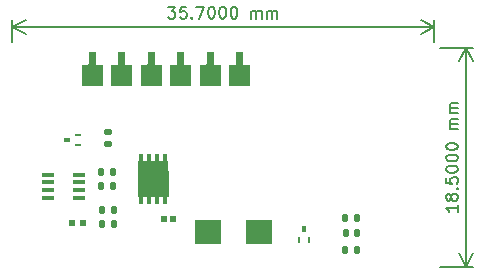
<source format=gbr>
%TF.GenerationSoftware,KiCad,Pcbnew,(5.99.0-10548-gc49af57c2a)*%
%TF.CreationDate,2021-06-24T16:08:38+08:00*%
%TF.ProjectId,facegate-relay-v3-new,66616365-6761-4746-952d-72656c61792d,v01*%
%TF.SameCoordinates,Original*%
%TF.FileFunction,Paste,Top*%
%TF.FilePolarity,Positive*%
%FSLAX46Y46*%
G04 Gerber Fmt 4.6, Leading zero omitted, Abs format (unit mm)*
G04 Created by KiCad (PCBNEW (5.99.0-10548-gc49af57c2a)) date 2021-06-24 16:08:38*
%MOMM*%
%LPD*%
G01*
G04 APERTURE LIST*
G04 Aperture macros list*
%AMRoundRect*
0 Rectangle with rounded corners*
0 $1 Rounding radius*
0 $2 $3 $4 $5 $6 $7 $8 $9 X,Y pos of 4 corners*
0 Add a 4 corners polygon primitive as box body*
4,1,4,$2,$3,$4,$5,$6,$7,$8,$9,$2,$3,0*
0 Add four circle primitives for the rounded corners*
1,1,$1+$1,$2,$3*
1,1,$1+$1,$4,$5*
1,1,$1+$1,$6,$7*
1,1,$1+$1,$8,$9*
0 Add four rect primitives between the rounded corners*
20,1,$1+$1,$2,$3,$4,$5,0*
20,1,$1+$1,$4,$5,$6,$7,0*
20,1,$1+$1,$6,$7,$8,$9,0*
20,1,$1+$1,$8,$9,$2,$3,0*%
G04 Aperture macros list end*
%ADD10C,0.150000*%
%ADD11C,0.100000*%
%ADD12C,0.010000*%
%ADD13RoundRect,0.135000X0.135000X0.185000X-0.135000X0.185000X-0.135000X-0.185000X0.135000X-0.185000X0*%
%ADD14R,0.540000X0.600000*%
%ADD15R,0.270000X0.520000*%
%ADD16R,0.360000X0.520000*%
%ADD17R,0.590000X0.600000*%
%ADD18RoundRect,0.135000X-0.135000X-0.185000X0.135000X-0.185000X0.135000X0.185000X-0.135000X0.185000X0*%
%ADD19RoundRect,0.135000X-0.185000X0.135000X-0.185000X-0.135000X0.185000X-0.135000X0.185000X0.135000X0*%
%ADD20R,2.300000X2.100000*%
%ADD21RoundRect,0.147500X-0.147500X-0.172500X0.147500X-0.172500X0.147500X0.172500X-0.147500X0.172500X0*%
%ADD22R,0.520000X0.270000*%
%ADD23R,0.520000X0.360000*%
%ADD24R,0.381000X0.660400*%
%ADD25R,2.600000X2.200000*%
%ADD26R,1.050000X0.450000*%
G04 APERTURE END LIST*
D10*
X128802380Y-71497619D02*
X128802380Y-72069047D01*
X128802380Y-71783333D02*
X127802380Y-71783333D01*
X127945238Y-71878571D01*
X128040476Y-71973809D01*
X128088095Y-72069047D01*
X128230952Y-70926190D02*
X128183333Y-71021428D01*
X128135714Y-71069047D01*
X128040476Y-71116666D01*
X127992857Y-71116666D01*
X127897619Y-71069047D01*
X127850000Y-71021428D01*
X127802380Y-70926190D01*
X127802380Y-70735714D01*
X127850000Y-70640476D01*
X127897619Y-70592857D01*
X127992857Y-70545238D01*
X128040476Y-70545238D01*
X128135714Y-70592857D01*
X128183333Y-70640476D01*
X128230952Y-70735714D01*
X128230952Y-70926190D01*
X128278571Y-71021428D01*
X128326190Y-71069047D01*
X128421428Y-71116666D01*
X128611904Y-71116666D01*
X128707142Y-71069047D01*
X128754761Y-71021428D01*
X128802380Y-70926190D01*
X128802380Y-70735714D01*
X128754761Y-70640476D01*
X128707142Y-70592857D01*
X128611904Y-70545238D01*
X128421428Y-70545238D01*
X128326190Y-70592857D01*
X128278571Y-70640476D01*
X128230952Y-70735714D01*
X128707142Y-70116666D02*
X128754761Y-70069047D01*
X128802380Y-70116666D01*
X128754761Y-70164285D01*
X128707142Y-70116666D01*
X128802380Y-70116666D01*
X127802380Y-69164285D02*
X127802380Y-69640476D01*
X128278571Y-69688095D01*
X128230952Y-69640476D01*
X128183333Y-69545238D01*
X128183333Y-69307142D01*
X128230952Y-69211904D01*
X128278571Y-69164285D01*
X128373809Y-69116666D01*
X128611904Y-69116666D01*
X128707142Y-69164285D01*
X128754761Y-69211904D01*
X128802380Y-69307142D01*
X128802380Y-69545238D01*
X128754761Y-69640476D01*
X128707142Y-69688095D01*
X127802380Y-68497619D02*
X127802380Y-68402380D01*
X127850000Y-68307142D01*
X127897619Y-68259523D01*
X127992857Y-68211904D01*
X128183333Y-68164285D01*
X128421428Y-68164285D01*
X128611904Y-68211904D01*
X128707142Y-68259523D01*
X128754761Y-68307142D01*
X128802380Y-68402380D01*
X128802380Y-68497619D01*
X128754761Y-68592857D01*
X128707142Y-68640476D01*
X128611904Y-68688095D01*
X128421428Y-68735714D01*
X128183333Y-68735714D01*
X127992857Y-68688095D01*
X127897619Y-68640476D01*
X127850000Y-68592857D01*
X127802380Y-68497619D01*
X127802380Y-67545238D02*
X127802380Y-67450000D01*
X127850000Y-67354761D01*
X127897619Y-67307142D01*
X127992857Y-67259523D01*
X128183333Y-67211904D01*
X128421428Y-67211904D01*
X128611904Y-67259523D01*
X128707142Y-67307142D01*
X128754761Y-67354761D01*
X128802380Y-67450000D01*
X128802380Y-67545238D01*
X128754761Y-67640476D01*
X128707142Y-67688095D01*
X128611904Y-67735714D01*
X128421428Y-67783333D01*
X128183333Y-67783333D01*
X127992857Y-67735714D01*
X127897619Y-67688095D01*
X127850000Y-67640476D01*
X127802380Y-67545238D01*
X127802380Y-66592857D02*
X127802380Y-66497619D01*
X127850000Y-66402380D01*
X127897619Y-66354761D01*
X127992857Y-66307142D01*
X128183333Y-66259523D01*
X128421428Y-66259523D01*
X128611904Y-66307142D01*
X128707142Y-66354761D01*
X128754761Y-66402380D01*
X128802380Y-66497619D01*
X128802380Y-66592857D01*
X128754761Y-66688095D01*
X128707142Y-66735714D01*
X128611904Y-66783333D01*
X128421428Y-66830952D01*
X128183333Y-66830952D01*
X127992857Y-66783333D01*
X127897619Y-66735714D01*
X127850000Y-66688095D01*
X127802380Y-66592857D01*
X128802380Y-65069047D02*
X128135714Y-65069047D01*
X128230952Y-65069047D02*
X128183333Y-65021428D01*
X128135714Y-64926190D01*
X128135714Y-64783333D01*
X128183333Y-64688095D01*
X128278571Y-64640476D01*
X128802380Y-64640476D01*
X128278571Y-64640476D02*
X128183333Y-64592857D01*
X128135714Y-64497619D01*
X128135714Y-64354761D01*
X128183333Y-64259523D01*
X128278571Y-64211904D01*
X128802380Y-64211904D01*
X128802380Y-63735714D02*
X128135714Y-63735714D01*
X128230952Y-63735714D02*
X128183333Y-63688095D01*
X128135714Y-63592857D01*
X128135714Y-63450000D01*
X128183333Y-63354761D01*
X128278571Y-63307142D01*
X128802380Y-63307142D01*
X128278571Y-63307142D02*
X128183333Y-63259523D01*
X128135714Y-63164285D01*
X128135714Y-63021428D01*
X128183333Y-62926190D01*
X128278571Y-62878571D01*
X128802380Y-62878571D01*
X127300000Y-58200000D02*
X130086420Y-58200000D01*
X127300000Y-76700000D02*
X130086420Y-76700000D01*
X129500000Y-58200000D02*
X129500000Y-76700000D01*
X129500000Y-58200000D02*
X129500000Y-76700000D01*
X129500000Y-58200000D02*
X128913579Y-59326504D01*
X129500000Y-58200000D02*
X130086421Y-59326504D01*
X129500000Y-76700000D02*
X130086421Y-75573496D01*
X129500000Y-76700000D02*
X128913579Y-75573496D01*
X104283333Y-54702380D02*
X104902380Y-54702380D01*
X104569047Y-55083333D01*
X104711904Y-55083333D01*
X104807142Y-55130952D01*
X104854761Y-55178571D01*
X104902380Y-55273809D01*
X104902380Y-55511904D01*
X104854761Y-55607142D01*
X104807142Y-55654761D01*
X104711904Y-55702380D01*
X104426190Y-55702380D01*
X104330952Y-55654761D01*
X104283333Y-55607142D01*
X105807142Y-54702380D02*
X105330952Y-54702380D01*
X105283333Y-55178571D01*
X105330952Y-55130952D01*
X105426190Y-55083333D01*
X105664285Y-55083333D01*
X105759523Y-55130952D01*
X105807142Y-55178571D01*
X105854761Y-55273809D01*
X105854761Y-55511904D01*
X105807142Y-55607142D01*
X105759523Y-55654761D01*
X105664285Y-55702380D01*
X105426190Y-55702380D01*
X105330952Y-55654761D01*
X105283333Y-55607142D01*
X106283333Y-55607142D02*
X106330952Y-55654761D01*
X106283333Y-55702380D01*
X106235714Y-55654761D01*
X106283333Y-55607142D01*
X106283333Y-55702380D01*
X106664285Y-54702380D02*
X107330952Y-54702380D01*
X106902380Y-55702380D01*
X107902380Y-54702380D02*
X107997619Y-54702380D01*
X108092857Y-54750000D01*
X108140476Y-54797619D01*
X108188095Y-54892857D01*
X108235714Y-55083333D01*
X108235714Y-55321428D01*
X108188095Y-55511904D01*
X108140476Y-55607142D01*
X108092857Y-55654761D01*
X107997619Y-55702380D01*
X107902380Y-55702380D01*
X107807142Y-55654761D01*
X107759523Y-55607142D01*
X107711904Y-55511904D01*
X107664285Y-55321428D01*
X107664285Y-55083333D01*
X107711904Y-54892857D01*
X107759523Y-54797619D01*
X107807142Y-54750000D01*
X107902380Y-54702380D01*
X108854761Y-54702380D02*
X108950000Y-54702380D01*
X109045238Y-54750000D01*
X109092857Y-54797619D01*
X109140476Y-54892857D01*
X109188095Y-55083333D01*
X109188095Y-55321428D01*
X109140476Y-55511904D01*
X109092857Y-55607142D01*
X109045238Y-55654761D01*
X108950000Y-55702380D01*
X108854761Y-55702380D01*
X108759523Y-55654761D01*
X108711904Y-55607142D01*
X108664285Y-55511904D01*
X108616666Y-55321428D01*
X108616666Y-55083333D01*
X108664285Y-54892857D01*
X108711904Y-54797619D01*
X108759523Y-54750000D01*
X108854761Y-54702380D01*
X109807142Y-54702380D02*
X109902380Y-54702380D01*
X109997619Y-54750000D01*
X110045238Y-54797619D01*
X110092857Y-54892857D01*
X110140476Y-55083333D01*
X110140476Y-55321428D01*
X110092857Y-55511904D01*
X110045238Y-55607142D01*
X109997619Y-55654761D01*
X109902380Y-55702380D01*
X109807142Y-55702380D01*
X109711904Y-55654761D01*
X109664285Y-55607142D01*
X109616666Y-55511904D01*
X109569047Y-55321428D01*
X109569047Y-55083333D01*
X109616666Y-54892857D01*
X109664285Y-54797619D01*
X109711904Y-54750000D01*
X109807142Y-54702380D01*
X111330952Y-55702380D02*
X111330952Y-55035714D01*
X111330952Y-55130952D02*
X111378571Y-55083333D01*
X111473809Y-55035714D01*
X111616666Y-55035714D01*
X111711904Y-55083333D01*
X111759523Y-55178571D01*
X111759523Y-55702380D01*
X111759523Y-55178571D02*
X111807142Y-55083333D01*
X111902380Y-55035714D01*
X112045238Y-55035714D01*
X112140476Y-55083333D01*
X112188095Y-55178571D01*
X112188095Y-55702380D01*
X112664285Y-55702380D02*
X112664285Y-55035714D01*
X112664285Y-55130952D02*
X112711904Y-55083333D01*
X112807142Y-55035714D01*
X112950000Y-55035714D01*
X113045238Y-55083333D01*
X113092857Y-55178571D01*
X113092857Y-55702380D01*
X113092857Y-55178571D02*
X113140476Y-55083333D01*
X113235714Y-55035714D01*
X113378571Y-55035714D01*
X113473809Y-55083333D01*
X113521428Y-55178571D01*
X113521428Y-55702380D01*
X91100000Y-57700000D02*
X91100000Y-55813580D01*
X126800000Y-57700000D02*
X126800000Y-55813580D01*
X91100000Y-56400000D02*
X126800000Y-56400000D01*
X91100000Y-56400000D02*
X126800000Y-56400000D01*
X91100000Y-56400000D02*
X92226504Y-56986421D01*
X91100000Y-56400000D02*
X92226504Y-55813579D01*
X126800000Y-56400000D02*
X125673496Y-55813579D01*
X126800000Y-56400000D02*
X125673496Y-56986421D01*
D11*
%TO.C,U1*%
X101755400Y-70747851D02*
X101755400Y-68639651D01*
X101755400Y-68639651D02*
X104244600Y-68639651D01*
X104244600Y-68639651D02*
X104244600Y-70747851D01*
X104244600Y-70747851D02*
X101755400Y-70747851D01*
G36*
X104244600Y-70747851D02*
G01*
X101755400Y-70747851D01*
X101755400Y-68639651D01*
X104244600Y-68639651D01*
X104244600Y-70747851D01*
G37*
X104244600Y-70747851D02*
X101755400Y-70747851D01*
X101755400Y-68639651D01*
X104244600Y-68639651D01*
X104244600Y-70747851D01*
D12*
%TO.C,KILL*%
X101150000Y-61350000D02*
X101150000Y-59650000D01*
X101150000Y-59650000D02*
X100685000Y-59650000D01*
X100685000Y-59650000D02*
X100678196Y-59649822D01*
X100678196Y-59649822D02*
X100671411Y-59649288D01*
X100671411Y-59649288D02*
X100664664Y-59648399D01*
X100664664Y-59648399D02*
X100657971Y-59647159D01*
X100657971Y-59647159D02*
X100651354Y-59645570D01*
X100651354Y-59645570D02*
X100644828Y-59643637D01*
X100644828Y-59643637D02*
X100638412Y-59641365D01*
X100638412Y-59641365D02*
X100632124Y-59638761D01*
X100632124Y-59638761D02*
X100625981Y-59635831D01*
X100625981Y-59635831D02*
X100620000Y-59632583D01*
X100620000Y-59632583D02*
X100614197Y-59629027D01*
X100614197Y-59629027D02*
X100608588Y-59625172D01*
X100608588Y-59625172D02*
X100603188Y-59621029D01*
X100603188Y-59621029D02*
X100598013Y-59616609D01*
X100598013Y-59616609D02*
X100593076Y-59611924D01*
X100593076Y-59611924D02*
X100588391Y-59606987D01*
X100588391Y-59606987D02*
X100583971Y-59601812D01*
X100583971Y-59601812D02*
X100579828Y-59596412D01*
X100579828Y-59596412D02*
X100575973Y-59590803D01*
X100575973Y-59590803D02*
X100572417Y-59585000D01*
X100572417Y-59585000D02*
X100569169Y-59579019D01*
X100569169Y-59579019D02*
X100566239Y-59572876D01*
X100566239Y-59572876D02*
X100563635Y-59566588D01*
X100563635Y-59566588D02*
X100561363Y-59560172D01*
X100561363Y-59560172D02*
X100559430Y-59553646D01*
X100559430Y-59553646D02*
X100557841Y-59547029D01*
X100557841Y-59547029D02*
X100556601Y-59540336D01*
X100556601Y-59540336D02*
X100555712Y-59533589D01*
X100555712Y-59533589D02*
X100555178Y-59526804D01*
X100555178Y-59526804D02*
X100555000Y-59520000D01*
X100555000Y-59520000D02*
X100555000Y-58530000D01*
X100555000Y-58530000D02*
X100045000Y-58530000D01*
X100045000Y-58530000D02*
X100045000Y-59520000D01*
X100045000Y-59520000D02*
X100044822Y-59526804D01*
X100044822Y-59526804D02*
X100044288Y-59533589D01*
X100044288Y-59533589D02*
X100043399Y-59540336D01*
X100043399Y-59540336D02*
X100042159Y-59547029D01*
X100042159Y-59547029D02*
X100040570Y-59553646D01*
X100040570Y-59553646D02*
X100038637Y-59560172D01*
X100038637Y-59560172D02*
X100036365Y-59566588D01*
X100036365Y-59566588D02*
X100033761Y-59572876D01*
X100033761Y-59572876D02*
X100030831Y-59579019D01*
X100030831Y-59579019D02*
X100027583Y-59585000D01*
X100027583Y-59585000D02*
X100024027Y-59590803D01*
X100024027Y-59590803D02*
X100020172Y-59596412D01*
X100020172Y-59596412D02*
X100016029Y-59601812D01*
X100016029Y-59601812D02*
X100011609Y-59606987D01*
X100011609Y-59606987D02*
X100006924Y-59611924D01*
X100006924Y-59611924D02*
X100001987Y-59616609D01*
X100001987Y-59616609D02*
X99996812Y-59621029D01*
X99996812Y-59621029D02*
X99991412Y-59625172D01*
X99991412Y-59625172D02*
X99985803Y-59629027D01*
X99985803Y-59629027D02*
X99980000Y-59632583D01*
X99980000Y-59632583D02*
X99974019Y-59635831D01*
X99974019Y-59635831D02*
X99967876Y-59638761D01*
X99967876Y-59638761D02*
X99961588Y-59641365D01*
X99961588Y-59641365D02*
X99955172Y-59643637D01*
X99955172Y-59643637D02*
X99948646Y-59645570D01*
X99948646Y-59645570D02*
X99942029Y-59647159D01*
X99942029Y-59647159D02*
X99935336Y-59648399D01*
X99935336Y-59648399D02*
X99928589Y-59649288D01*
X99928589Y-59649288D02*
X99921804Y-59649822D01*
X99921804Y-59649822D02*
X99915000Y-59650000D01*
X99915000Y-59650000D02*
X99450000Y-59650000D01*
X99450000Y-59650000D02*
X99450000Y-61350000D01*
X99450000Y-61350000D02*
X101150000Y-61350000D01*
X101150000Y-61350000D02*
X101150000Y-61350000D01*
G36*
X100555000Y-59520000D02*
G01*
X100555178Y-59526804D01*
X100555712Y-59533589D01*
X100556601Y-59540336D01*
X100557841Y-59547029D01*
X100559430Y-59553646D01*
X100561363Y-59560172D01*
X100563635Y-59566588D01*
X100566239Y-59572876D01*
X100569169Y-59579019D01*
X100572417Y-59585000D01*
X100575973Y-59590803D01*
X100579828Y-59596412D01*
X100583971Y-59601812D01*
X100588391Y-59606987D01*
X100593076Y-59611924D01*
X100598013Y-59616609D01*
X100603188Y-59621029D01*
X100608588Y-59625172D01*
X100614197Y-59629027D01*
X100620000Y-59632583D01*
X100625981Y-59635831D01*
X100632124Y-59638761D01*
X100638412Y-59641365D01*
X100644828Y-59643637D01*
X100651354Y-59645570D01*
X100657971Y-59647159D01*
X100664664Y-59648399D01*
X100671411Y-59649288D01*
X100678196Y-59649822D01*
X100685000Y-59650000D01*
X101150000Y-59650000D01*
X101150000Y-61350000D01*
X99450000Y-61350000D01*
X99450000Y-59650000D01*
X99915000Y-59650000D01*
X99921804Y-59649822D01*
X99928589Y-59649288D01*
X99935336Y-59648399D01*
X99942029Y-59647159D01*
X99948646Y-59645570D01*
X99955172Y-59643637D01*
X99961588Y-59641365D01*
X99967876Y-59638761D01*
X99974019Y-59635831D01*
X99980000Y-59632583D01*
X99985803Y-59629027D01*
X99991412Y-59625172D01*
X99996812Y-59621029D01*
X100001987Y-59616609D01*
X100006924Y-59611924D01*
X100011609Y-59606987D01*
X100016029Y-59601812D01*
X100020172Y-59596412D01*
X100024027Y-59590803D01*
X100027583Y-59585000D01*
X100030831Y-59579019D01*
X100033761Y-59572876D01*
X100036365Y-59566588D01*
X100038637Y-59560172D01*
X100040570Y-59553646D01*
X100042159Y-59547029D01*
X100043399Y-59540336D01*
X100044288Y-59533589D01*
X100044822Y-59526804D01*
X100045000Y-59520000D01*
X100045000Y-58530000D01*
X100555000Y-58530000D01*
X100555000Y-59520000D01*
G37*
X100555000Y-59520000D02*
X100555178Y-59526804D01*
X100555712Y-59533589D01*
X100556601Y-59540336D01*
X100557841Y-59547029D01*
X100559430Y-59553646D01*
X100561363Y-59560172D01*
X100563635Y-59566588D01*
X100566239Y-59572876D01*
X100569169Y-59579019D01*
X100572417Y-59585000D01*
X100575973Y-59590803D01*
X100579828Y-59596412D01*
X100583971Y-59601812D01*
X100588391Y-59606987D01*
X100593076Y-59611924D01*
X100598013Y-59616609D01*
X100603188Y-59621029D01*
X100608588Y-59625172D01*
X100614197Y-59629027D01*
X100620000Y-59632583D01*
X100625981Y-59635831D01*
X100632124Y-59638761D01*
X100638412Y-59641365D01*
X100644828Y-59643637D01*
X100651354Y-59645570D01*
X100657971Y-59647159D01*
X100664664Y-59648399D01*
X100671411Y-59649288D01*
X100678196Y-59649822D01*
X100685000Y-59650000D01*
X101150000Y-59650000D01*
X101150000Y-61350000D01*
X99450000Y-61350000D01*
X99450000Y-59650000D01*
X99915000Y-59650000D01*
X99921804Y-59649822D01*
X99928589Y-59649288D01*
X99935336Y-59648399D01*
X99942029Y-59647159D01*
X99948646Y-59645570D01*
X99955172Y-59643637D01*
X99961588Y-59641365D01*
X99967876Y-59638761D01*
X99974019Y-59635831D01*
X99980000Y-59632583D01*
X99985803Y-59629027D01*
X99991412Y-59625172D01*
X99996812Y-59621029D01*
X100001987Y-59616609D01*
X100006924Y-59611924D01*
X100011609Y-59606987D01*
X100016029Y-59601812D01*
X100020172Y-59596412D01*
X100024027Y-59590803D01*
X100027583Y-59585000D01*
X100030831Y-59579019D01*
X100033761Y-59572876D01*
X100036365Y-59566588D01*
X100038637Y-59560172D01*
X100040570Y-59553646D01*
X100042159Y-59547029D01*
X100043399Y-59540336D01*
X100044288Y-59533589D01*
X100044822Y-59526804D01*
X100045000Y-59520000D01*
X100045000Y-58530000D01*
X100555000Y-58530000D01*
X100555000Y-59520000D01*
%TO.C,LED*%
X98650000Y-61350000D02*
X98650000Y-59650000D01*
X98650000Y-59650000D02*
X98185000Y-59650000D01*
X98185000Y-59650000D02*
X98178196Y-59649822D01*
X98178196Y-59649822D02*
X98171411Y-59649288D01*
X98171411Y-59649288D02*
X98164664Y-59648399D01*
X98164664Y-59648399D02*
X98157971Y-59647159D01*
X98157971Y-59647159D02*
X98151354Y-59645570D01*
X98151354Y-59645570D02*
X98144828Y-59643637D01*
X98144828Y-59643637D02*
X98138412Y-59641365D01*
X98138412Y-59641365D02*
X98132124Y-59638761D01*
X98132124Y-59638761D02*
X98125981Y-59635831D01*
X98125981Y-59635831D02*
X98120000Y-59632583D01*
X98120000Y-59632583D02*
X98114197Y-59629027D01*
X98114197Y-59629027D02*
X98108588Y-59625172D01*
X98108588Y-59625172D02*
X98103188Y-59621029D01*
X98103188Y-59621029D02*
X98098013Y-59616609D01*
X98098013Y-59616609D02*
X98093076Y-59611924D01*
X98093076Y-59611924D02*
X98088391Y-59606987D01*
X98088391Y-59606987D02*
X98083971Y-59601812D01*
X98083971Y-59601812D02*
X98079828Y-59596412D01*
X98079828Y-59596412D02*
X98075973Y-59590803D01*
X98075973Y-59590803D02*
X98072417Y-59585000D01*
X98072417Y-59585000D02*
X98069169Y-59579019D01*
X98069169Y-59579019D02*
X98066239Y-59572876D01*
X98066239Y-59572876D02*
X98063635Y-59566588D01*
X98063635Y-59566588D02*
X98061363Y-59560172D01*
X98061363Y-59560172D02*
X98059430Y-59553646D01*
X98059430Y-59553646D02*
X98057841Y-59547029D01*
X98057841Y-59547029D02*
X98056601Y-59540336D01*
X98056601Y-59540336D02*
X98055712Y-59533589D01*
X98055712Y-59533589D02*
X98055178Y-59526804D01*
X98055178Y-59526804D02*
X98055000Y-59520000D01*
X98055000Y-59520000D02*
X98055000Y-58530000D01*
X98055000Y-58530000D02*
X97545000Y-58530000D01*
X97545000Y-58530000D02*
X97545000Y-59520000D01*
X97545000Y-59520000D02*
X97544822Y-59526804D01*
X97544822Y-59526804D02*
X97544288Y-59533589D01*
X97544288Y-59533589D02*
X97543399Y-59540336D01*
X97543399Y-59540336D02*
X97542159Y-59547029D01*
X97542159Y-59547029D02*
X97540570Y-59553646D01*
X97540570Y-59553646D02*
X97538637Y-59560172D01*
X97538637Y-59560172D02*
X97536365Y-59566588D01*
X97536365Y-59566588D02*
X97533761Y-59572876D01*
X97533761Y-59572876D02*
X97530831Y-59579019D01*
X97530831Y-59579019D02*
X97527583Y-59585000D01*
X97527583Y-59585000D02*
X97524027Y-59590803D01*
X97524027Y-59590803D02*
X97520172Y-59596412D01*
X97520172Y-59596412D02*
X97516029Y-59601812D01*
X97516029Y-59601812D02*
X97511609Y-59606987D01*
X97511609Y-59606987D02*
X97506924Y-59611924D01*
X97506924Y-59611924D02*
X97501987Y-59616609D01*
X97501987Y-59616609D02*
X97496812Y-59621029D01*
X97496812Y-59621029D02*
X97491412Y-59625172D01*
X97491412Y-59625172D02*
X97485803Y-59629027D01*
X97485803Y-59629027D02*
X97480000Y-59632583D01*
X97480000Y-59632583D02*
X97474019Y-59635831D01*
X97474019Y-59635831D02*
X97467876Y-59638761D01*
X97467876Y-59638761D02*
X97461588Y-59641365D01*
X97461588Y-59641365D02*
X97455172Y-59643637D01*
X97455172Y-59643637D02*
X97448646Y-59645570D01*
X97448646Y-59645570D02*
X97442029Y-59647159D01*
X97442029Y-59647159D02*
X97435336Y-59648399D01*
X97435336Y-59648399D02*
X97428589Y-59649288D01*
X97428589Y-59649288D02*
X97421804Y-59649822D01*
X97421804Y-59649822D02*
X97415000Y-59650000D01*
X97415000Y-59650000D02*
X96950000Y-59650000D01*
X96950000Y-59650000D02*
X96950000Y-61350000D01*
X96950000Y-61350000D02*
X98650000Y-61350000D01*
X98650000Y-61350000D02*
X98650000Y-61350000D01*
G36*
X98055000Y-59520000D02*
G01*
X98055178Y-59526804D01*
X98055712Y-59533589D01*
X98056601Y-59540336D01*
X98057841Y-59547029D01*
X98059430Y-59553646D01*
X98061363Y-59560172D01*
X98063635Y-59566588D01*
X98066239Y-59572876D01*
X98069169Y-59579019D01*
X98072417Y-59585000D01*
X98075973Y-59590803D01*
X98079828Y-59596412D01*
X98083971Y-59601812D01*
X98088391Y-59606987D01*
X98093076Y-59611924D01*
X98098013Y-59616609D01*
X98103188Y-59621029D01*
X98108588Y-59625172D01*
X98114197Y-59629027D01*
X98120000Y-59632583D01*
X98125981Y-59635831D01*
X98132124Y-59638761D01*
X98138412Y-59641365D01*
X98144828Y-59643637D01*
X98151354Y-59645570D01*
X98157971Y-59647159D01*
X98164664Y-59648399D01*
X98171411Y-59649288D01*
X98178196Y-59649822D01*
X98185000Y-59650000D01*
X98650000Y-59650000D01*
X98650000Y-61350000D01*
X96950000Y-61350000D01*
X96950000Y-59650000D01*
X97415000Y-59650000D01*
X97421804Y-59649822D01*
X97428589Y-59649288D01*
X97435336Y-59648399D01*
X97442029Y-59647159D01*
X97448646Y-59645570D01*
X97455172Y-59643637D01*
X97461588Y-59641365D01*
X97467876Y-59638761D01*
X97474019Y-59635831D01*
X97480000Y-59632583D01*
X97485803Y-59629027D01*
X97491412Y-59625172D01*
X97496812Y-59621029D01*
X97501987Y-59616609D01*
X97506924Y-59611924D01*
X97511609Y-59606987D01*
X97516029Y-59601812D01*
X97520172Y-59596412D01*
X97524027Y-59590803D01*
X97527583Y-59585000D01*
X97530831Y-59579019D01*
X97533761Y-59572876D01*
X97536365Y-59566588D01*
X97538637Y-59560172D01*
X97540570Y-59553646D01*
X97542159Y-59547029D01*
X97543399Y-59540336D01*
X97544288Y-59533589D01*
X97544822Y-59526804D01*
X97545000Y-59520000D01*
X97545000Y-58530000D01*
X98055000Y-58530000D01*
X98055000Y-59520000D01*
G37*
X98055000Y-59520000D02*
X98055178Y-59526804D01*
X98055712Y-59533589D01*
X98056601Y-59540336D01*
X98057841Y-59547029D01*
X98059430Y-59553646D01*
X98061363Y-59560172D01*
X98063635Y-59566588D01*
X98066239Y-59572876D01*
X98069169Y-59579019D01*
X98072417Y-59585000D01*
X98075973Y-59590803D01*
X98079828Y-59596412D01*
X98083971Y-59601812D01*
X98088391Y-59606987D01*
X98093076Y-59611924D01*
X98098013Y-59616609D01*
X98103188Y-59621029D01*
X98108588Y-59625172D01*
X98114197Y-59629027D01*
X98120000Y-59632583D01*
X98125981Y-59635831D01*
X98132124Y-59638761D01*
X98138412Y-59641365D01*
X98144828Y-59643637D01*
X98151354Y-59645570D01*
X98157971Y-59647159D01*
X98164664Y-59648399D01*
X98171411Y-59649288D01*
X98178196Y-59649822D01*
X98185000Y-59650000D01*
X98650000Y-59650000D01*
X98650000Y-61350000D01*
X96950000Y-61350000D01*
X96950000Y-59650000D01*
X97415000Y-59650000D01*
X97421804Y-59649822D01*
X97428589Y-59649288D01*
X97435336Y-59648399D01*
X97442029Y-59647159D01*
X97448646Y-59645570D01*
X97455172Y-59643637D01*
X97461588Y-59641365D01*
X97467876Y-59638761D01*
X97474019Y-59635831D01*
X97480000Y-59632583D01*
X97485803Y-59629027D01*
X97491412Y-59625172D01*
X97496812Y-59621029D01*
X97501987Y-59616609D01*
X97506924Y-59611924D01*
X97511609Y-59606987D01*
X97516029Y-59601812D01*
X97520172Y-59596412D01*
X97524027Y-59590803D01*
X97527583Y-59585000D01*
X97530831Y-59579019D01*
X97533761Y-59572876D01*
X97536365Y-59566588D01*
X97538637Y-59560172D01*
X97540570Y-59553646D01*
X97542159Y-59547029D01*
X97543399Y-59540336D01*
X97544288Y-59533589D01*
X97544822Y-59526804D01*
X97545000Y-59520000D01*
X97545000Y-58530000D01*
X98055000Y-58530000D01*
X98055000Y-59520000D01*
%TO.C,3.3V*%
X103650000Y-61350000D02*
X103650000Y-59650000D01*
X103650000Y-59650000D02*
X103185000Y-59650000D01*
X103185000Y-59650000D02*
X103178196Y-59649822D01*
X103178196Y-59649822D02*
X103171411Y-59649288D01*
X103171411Y-59649288D02*
X103164664Y-59648399D01*
X103164664Y-59648399D02*
X103157971Y-59647159D01*
X103157971Y-59647159D02*
X103151354Y-59645570D01*
X103151354Y-59645570D02*
X103144828Y-59643637D01*
X103144828Y-59643637D02*
X103138412Y-59641365D01*
X103138412Y-59641365D02*
X103132124Y-59638761D01*
X103132124Y-59638761D02*
X103125981Y-59635831D01*
X103125981Y-59635831D02*
X103120000Y-59632583D01*
X103120000Y-59632583D02*
X103114197Y-59629027D01*
X103114197Y-59629027D02*
X103108588Y-59625172D01*
X103108588Y-59625172D02*
X103103188Y-59621029D01*
X103103188Y-59621029D02*
X103098013Y-59616609D01*
X103098013Y-59616609D02*
X103093076Y-59611924D01*
X103093076Y-59611924D02*
X103088391Y-59606987D01*
X103088391Y-59606987D02*
X103083971Y-59601812D01*
X103083971Y-59601812D02*
X103079828Y-59596412D01*
X103079828Y-59596412D02*
X103075973Y-59590803D01*
X103075973Y-59590803D02*
X103072417Y-59585000D01*
X103072417Y-59585000D02*
X103069169Y-59579019D01*
X103069169Y-59579019D02*
X103066239Y-59572876D01*
X103066239Y-59572876D02*
X103063635Y-59566588D01*
X103063635Y-59566588D02*
X103061363Y-59560172D01*
X103061363Y-59560172D02*
X103059430Y-59553646D01*
X103059430Y-59553646D02*
X103057841Y-59547029D01*
X103057841Y-59547029D02*
X103056601Y-59540336D01*
X103056601Y-59540336D02*
X103055712Y-59533589D01*
X103055712Y-59533589D02*
X103055178Y-59526804D01*
X103055178Y-59526804D02*
X103055000Y-59520000D01*
X103055000Y-59520000D02*
X103055000Y-58530000D01*
X103055000Y-58530000D02*
X102545000Y-58530000D01*
X102545000Y-58530000D02*
X102545000Y-59520000D01*
X102545000Y-59520000D02*
X102544822Y-59526804D01*
X102544822Y-59526804D02*
X102544288Y-59533589D01*
X102544288Y-59533589D02*
X102543399Y-59540336D01*
X102543399Y-59540336D02*
X102542159Y-59547029D01*
X102542159Y-59547029D02*
X102540570Y-59553646D01*
X102540570Y-59553646D02*
X102538637Y-59560172D01*
X102538637Y-59560172D02*
X102536365Y-59566588D01*
X102536365Y-59566588D02*
X102533761Y-59572876D01*
X102533761Y-59572876D02*
X102530831Y-59579019D01*
X102530831Y-59579019D02*
X102527583Y-59585000D01*
X102527583Y-59585000D02*
X102524027Y-59590803D01*
X102524027Y-59590803D02*
X102520172Y-59596412D01*
X102520172Y-59596412D02*
X102516029Y-59601812D01*
X102516029Y-59601812D02*
X102511609Y-59606987D01*
X102511609Y-59606987D02*
X102506924Y-59611924D01*
X102506924Y-59611924D02*
X102501987Y-59616609D01*
X102501987Y-59616609D02*
X102496812Y-59621029D01*
X102496812Y-59621029D02*
X102491412Y-59625172D01*
X102491412Y-59625172D02*
X102485803Y-59629027D01*
X102485803Y-59629027D02*
X102480000Y-59632583D01*
X102480000Y-59632583D02*
X102474019Y-59635831D01*
X102474019Y-59635831D02*
X102467876Y-59638761D01*
X102467876Y-59638761D02*
X102461588Y-59641365D01*
X102461588Y-59641365D02*
X102455172Y-59643637D01*
X102455172Y-59643637D02*
X102448646Y-59645570D01*
X102448646Y-59645570D02*
X102442029Y-59647159D01*
X102442029Y-59647159D02*
X102435336Y-59648399D01*
X102435336Y-59648399D02*
X102428589Y-59649288D01*
X102428589Y-59649288D02*
X102421804Y-59649822D01*
X102421804Y-59649822D02*
X102415000Y-59650000D01*
X102415000Y-59650000D02*
X101950000Y-59650000D01*
X101950000Y-59650000D02*
X101950000Y-61350000D01*
X101950000Y-61350000D02*
X103650000Y-61350000D01*
X103650000Y-61350000D02*
X103650000Y-61350000D01*
G36*
X103055000Y-59520000D02*
G01*
X103055178Y-59526804D01*
X103055712Y-59533589D01*
X103056601Y-59540336D01*
X103057841Y-59547029D01*
X103059430Y-59553646D01*
X103061363Y-59560172D01*
X103063635Y-59566588D01*
X103066239Y-59572876D01*
X103069169Y-59579019D01*
X103072417Y-59585000D01*
X103075973Y-59590803D01*
X103079828Y-59596412D01*
X103083971Y-59601812D01*
X103088391Y-59606987D01*
X103093076Y-59611924D01*
X103098013Y-59616609D01*
X103103188Y-59621029D01*
X103108588Y-59625172D01*
X103114197Y-59629027D01*
X103120000Y-59632583D01*
X103125981Y-59635831D01*
X103132124Y-59638761D01*
X103138412Y-59641365D01*
X103144828Y-59643637D01*
X103151354Y-59645570D01*
X103157971Y-59647159D01*
X103164664Y-59648399D01*
X103171411Y-59649288D01*
X103178196Y-59649822D01*
X103185000Y-59650000D01*
X103650000Y-59650000D01*
X103650000Y-61350000D01*
X101950000Y-61350000D01*
X101950000Y-59650000D01*
X102415000Y-59650000D01*
X102421804Y-59649822D01*
X102428589Y-59649288D01*
X102435336Y-59648399D01*
X102442029Y-59647159D01*
X102448646Y-59645570D01*
X102455172Y-59643637D01*
X102461588Y-59641365D01*
X102467876Y-59638761D01*
X102474019Y-59635831D01*
X102480000Y-59632583D01*
X102485803Y-59629027D01*
X102491412Y-59625172D01*
X102496812Y-59621029D01*
X102501987Y-59616609D01*
X102506924Y-59611924D01*
X102511609Y-59606987D01*
X102516029Y-59601812D01*
X102520172Y-59596412D01*
X102524027Y-59590803D01*
X102527583Y-59585000D01*
X102530831Y-59579019D01*
X102533761Y-59572876D01*
X102536365Y-59566588D01*
X102538637Y-59560172D01*
X102540570Y-59553646D01*
X102542159Y-59547029D01*
X102543399Y-59540336D01*
X102544288Y-59533589D01*
X102544822Y-59526804D01*
X102545000Y-59520000D01*
X102545000Y-58530000D01*
X103055000Y-58530000D01*
X103055000Y-59520000D01*
G37*
X103055000Y-59520000D02*
X103055178Y-59526804D01*
X103055712Y-59533589D01*
X103056601Y-59540336D01*
X103057841Y-59547029D01*
X103059430Y-59553646D01*
X103061363Y-59560172D01*
X103063635Y-59566588D01*
X103066239Y-59572876D01*
X103069169Y-59579019D01*
X103072417Y-59585000D01*
X103075973Y-59590803D01*
X103079828Y-59596412D01*
X103083971Y-59601812D01*
X103088391Y-59606987D01*
X103093076Y-59611924D01*
X103098013Y-59616609D01*
X103103188Y-59621029D01*
X103108588Y-59625172D01*
X103114197Y-59629027D01*
X103120000Y-59632583D01*
X103125981Y-59635831D01*
X103132124Y-59638761D01*
X103138412Y-59641365D01*
X103144828Y-59643637D01*
X103151354Y-59645570D01*
X103157971Y-59647159D01*
X103164664Y-59648399D01*
X103171411Y-59649288D01*
X103178196Y-59649822D01*
X103185000Y-59650000D01*
X103650000Y-59650000D01*
X103650000Y-61350000D01*
X101950000Y-61350000D01*
X101950000Y-59650000D01*
X102415000Y-59650000D01*
X102421804Y-59649822D01*
X102428589Y-59649288D01*
X102435336Y-59648399D01*
X102442029Y-59647159D01*
X102448646Y-59645570D01*
X102455172Y-59643637D01*
X102461588Y-59641365D01*
X102467876Y-59638761D01*
X102474019Y-59635831D01*
X102480000Y-59632583D01*
X102485803Y-59629027D01*
X102491412Y-59625172D01*
X102496812Y-59621029D01*
X102501987Y-59616609D01*
X102506924Y-59611924D01*
X102511609Y-59606987D01*
X102516029Y-59601812D01*
X102520172Y-59596412D01*
X102524027Y-59590803D01*
X102527583Y-59585000D01*
X102530831Y-59579019D01*
X102533761Y-59572876D01*
X102536365Y-59566588D01*
X102538637Y-59560172D01*
X102540570Y-59553646D01*
X102542159Y-59547029D01*
X102543399Y-59540336D01*
X102544288Y-59533589D01*
X102544822Y-59526804D01*
X102545000Y-59520000D01*
X102545000Y-58530000D01*
X103055000Y-58530000D01*
X103055000Y-59520000D01*
%TO.C,INT*%
X106150000Y-61350000D02*
X106150000Y-59650000D01*
X106150000Y-59650000D02*
X105685000Y-59650000D01*
X105685000Y-59650000D02*
X105678196Y-59649822D01*
X105678196Y-59649822D02*
X105671411Y-59649288D01*
X105671411Y-59649288D02*
X105664664Y-59648399D01*
X105664664Y-59648399D02*
X105657971Y-59647159D01*
X105657971Y-59647159D02*
X105651354Y-59645570D01*
X105651354Y-59645570D02*
X105644828Y-59643637D01*
X105644828Y-59643637D02*
X105638412Y-59641365D01*
X105638412Y-59641365D02*
X105632124Y-59638761D01*
X105632124Y-59638761D02*
X105625981Y-59635831D01*
X105625981Y-59635831D02*
X105620000Y-59632583D01*
X105620000Y-59632583D02*
X105614197Y-59629027D01*
X105614197Y-59629027D02*
X105608588Y-59625172D01*
X105608588Y-59625172D02*
X105603188Y-59621029D01*
X105603188Y-59621029D02*
X105598013Y-59616609D01*
X105598013Y-59616609D02*
X105593076Y-59611924D01*
X105593076Y-59611924D02*
X105588391Y-59606987D01*
X105588391Y-59606987D02*
X105583971Y-59601812D01*
X105583971Y-59601812D02*
X105579828Y-59596412D01*
X105579828Y-59596412D02*
X105575973Y-59590803D01*
X105575973Y-59590803D02*
X105572417Y-59585000D01*
X105572417Y-59585000D02*
X105569169Y-59579019D01*
X105569169Y-59579019D02*
X105566239Y-59572876D01*
X105566239Y-59572876D02*
X105563635Y-59566588D01*
X105563635Y-59566588D02*
X105561363Y-59560172D01*
X105561363Y-59560172D02*
X105559430Y-59553646D01*
X105559430Y-59553646D02*
X105557841Y-59547029D01*
X105557841Y-59547029D02*
X105556601Y-59540336D01*
X105556601Y-59540336D02*
X105555712Y-59533589D01*
X105555712Y-59533589D02*
X105555178Y-59526804D01*
X105555178Y-59526804D02*
X105555000Y-59520000D01*
X105555000Y-59520000D02*
X105555000Y-58530000D01*
X105555000Y-58530000D02*
X105045000Y-58530000D01*
X105045000Y-58530000D02*
X105045000Y-59520000D01*
X105045000Y-59520000D02*
X105044822Y-59526804D01*
X105044822Y-59526804D02*
X105044288Y-59533589D01*
X105044288Y-59533589D02*
X105043399Y-59540336D01*
X105043399Y-59540336D02*
X105042159Y-59547029D01*
X105042159Y-59547029D02*
X105040570Y-59553646D01*
X105040570Y-59553646D02*
X105038637Y-59560172D01*
X105038637Y-59560172D02*
X105036365Y-59566588D01*
X105036365Y-59566588D02*
X105033761Y-59572876D01*
X105033761Y-59572876D02*
X105030831Y-59579019D01*
X105030831Y-59579019D02*
X105027583Y-59585000D01*
X105027583Y-59585000D02*
X105024027Y-59590803D01*
X105024027Y-59590803D02*
X105020172Y-59596412D01*
X105020172Y-59596412D02*
X105016029Y-59601812D01*
X105016029Y-59601812D02*
X105011609Y-59606987D01*
X105011609Y-59606987D02*
X105006924Y-59611924D01*
X105006924Y-59611924D02*
X105001987Y-59616609D01*
X105001987Y-59616609D02*
X104996812Y-59621029D01*
X104996812Y-59621029D02*
X104991412Y-59625172D01*
X104991412Y-59625172D02*
X104985803Y-59629027D01*
X104985803Y-59629027D02*
X104980000Y-59632583D01*
X104980000Y-59632583D02*
X104974019Y-59635831D01*
X104974019Y-59635831D02*
X104967876Y-59638761D01*
X104967876Y-59638761D02*
X104961588Y-59641365D01*
X104961588Y-59641365D02*
X104955172Y-59643637D01*
X104955172Y-59643637D02*
X104948646Y-59645570D01*
X104948646Y-59645570D02*
X104942029Y-59647159D01*
X104942029Y-59647159D02*
X104935336Y-59648399D01*
X104935336Y-59648399D02*
X104928589Y-59649288D01*
X104928589Y-59649288D02*
X104921804Y-59649822D01*
X104921804Y-59649822D02*
X104915000Y-59650000D01*
X104915000Y-59650000D02*
X104450000Y-59650000D01*
X104450000Y-59650000D02*
X104450000Y-61350000D01*
X104450000Y-61350000D02*
X106150000Y-61350000D01*
X106150000Y-61350000D02*
X106150000Y-61350000D01*
G36*
X105555000Y-59520000D02*
G01*
X105555178Y-59526804D01*
X105555712Y-59533589D01*
X105556601Y-59540336D01*
X105557841Y-59547029D01*
X105559430Y-59553646D01*
X105561363Y-59560172D01*
X105563635Y-59566588D01*
X105566239Y-59572876D01*
X105569169Y-59579019D01*
X105572417Y-59585000D01*
X105575973Y-59590803D01*
X105579828Y-59596412D01*
X105583971Y-59601812D01*
X105588391Y-59606987D01*
X105593076Y-59611924D01*
X105598013Y-59616609D01*
X105603188Y-59621029D01*
X105608588Y-59625172D01*
X105614197Y-59629027D01*
X105620000Y-59632583D01*
X105625981Y-59635831D01*
X105632124Y-59638761D01*
X105638412Y-59641365D01*
X105644828Y-59643637D01*
X105651354Y-59645570D01*
X105657971Y-59647159D01*
X105664664Y-59648399D01*
X105671411Y-59649288D01*
X105678196Y-59649822D01*
X105685000Y-59650000D01*
X106150000Y-59650000D01*
X106150000Y-61350000D01*
X104450000Y-61350000D01*
X104450000Y-59650000D01*
X104915000Y-59650000D01*
X104921804Y-59649822D01*
X104928589Y-59649288D01*
X104935336Y-59648399D01*
X104942029Y-59647159D01*
X104948646Y-59645570D01*
X104955172Y-59643637D01*
X104961588Y-59641365D01*
X104967876Y-59638761D01*
X104974019Y-59635831D01*
X104980000Y-59632583D01*
X104985803Y-59629027D01*
X104991412Y-59625172D01*
X104996812Y-59621029D01*
X105001987Y-59616609D01*
X105006924Y-59611924D01*
X105011609Y-59606987D01*
X105016029Y-59601812D01*
X105020172Y-59596412D01*
X105024027Y-59590803D01*
X105027583Y-59585000D01*
X105030831Y-59579019D01*
X105033761Y-59572876D01*
X105036365Y-59566588D01*
X105038637Y-59560172D01*
X105040570Y-59553646D01*
X105042159Y-59547029D01*
X105043399Y-59540336D01*
X105044288Y-59533589D01*
X105044822Y-59526804D01*
X105045000Y-59520000D01*
X105045000Y-58530000D01*
X105555000Y-58530000D01*
X105555000Y-59520000D01*
G37*
X105555000Y-59520000D02*
X105555178Y-59526804D01*
X105555712Y-59533589D01*
X105556601Y-59540336D01*
X105557841Y-59547029D01*
X105559430Y-59553646D01*
X105561363Y-59560172D01*
X105563635Y-59566588D01*
X105566239Y-59572876D01*
X105569169Y-59579019D01*
X105572417Y-59585000D01*
X105575973Y-59590803D01*
X105579828Y-59596412D01*
X105583971Y-59601812D01*
X105588391Y-59606987D01*
X105593076Y-59611924D01*
X105598013Y-59616609D01*
X105603188Y-59621029D01*
X105608588Y-59625172D01*
X105614197Y-59629027D01*
X105620000Y-59632583D01*
X105625981Y-59635831D01*
X105632124Y-59638761D01*
X105638412Y-59641365D01*
X105644828Y-59643637D01*
X105651354Y-59645570D01*
X105657971Y-59647159D01*
X105664664Y-59648399D01*
X105671411Y-59649288D01*
X105678196Y-59649822D01*
X105685000Y-59650000D01*
X106150000Y-59650000D01*
X106150000Y-61350000D01*
X104450000Y-61350000D01*
X104450000Y-59650000D01*
X104915000Y-59650000D01*
X104921804Y-59649822D01*
X104928589Y-59649288D01*
X104935336Y-59648399D01*
X104942029Y-59647159D01*
X104948646Y-59645570D01*
X104955172Y-59643637D01*
X104961588Y-59641365D01*
X104967876Y-59638761D01*
X104974019Y-59635831D01*
X104980000Y-59632583D01*
X104985803Y-59629027D01*
X104991412Y-59625172D01*
X104996812Y-59621029D01*
X105001987Y-59616609D01*
X105006924Y-59611924D01*
X105011609Y-59606987D01*
X105016029Y-59601812D01*
X105020172Y-59596412D01*
X105024027Y-59590803D01*
X105027583Y-59585000D01*
X105030831Y-59579019D01*
X105033761Y-59572876D01*
X105036365Y-59566588D01*
X105038637Y-59560172D01*
X105040570Y-59553646D01*
X105042159Y-59547029D01*
X105043399Y-59540336D01*
X105044288Y-59533589D01*
X105044822Y-59526804D01*
X105045000Y-59520000D01*
X105045000Y-58530000D01*
X105555000Y-58530000D01*
X105555000Y-59520000D01*
%TO.C,R-IN*%
X111150000Y-61350000D02*
X111150000Y-59650000D01*
X111150000Y-59650000D02*
X110685000Y-59650000D01*
X110685000Y-59650000D02*
X110678196Y-59649822D01*
X110678196Y-59649822D02*
X110671411Y-59649288D01*
X110671411Y-59649288D02*
X110664664Y-59648399D01*
X110664664Y-59648399D02*
X110657971Y-59647159D01*
X110657971Y-59647159D02*
X110651354Y-59645570D01*
X110651354Y-59645570D02*
X110644828Y-59643637D01*
X110644828Y-59643637D02*
X110638412Y-59641365D01*
X110638412Y-59641365D02*
X110632124Y-59638761D01*
X110632124Y-59638761D02*
X110625981Y-59635831D01*
X110625981Y-59635831D02*
X110620000Y-59632583D01*
X110620000Y-59632583D02*
X110614197Y-59629027D01*
X110614197Y-59629027D02*
X110608588Y-59625172D01*
X110608588Y-59625172D02*
X110603188Y-59621029D01*
X110603188Y-59621029D02*
X110598013Y-59616609D01*
X110598013Y-59616609D02*
X110593076Y-59611924D01*
X110593076Y-59611924D02*
X110588391Y-59606987D01*
X110588391Y-59606987D02*
X110583971Y-59601812D01*
X110583971Y-59601812D02*
X110579828Y-59596412D01*
X110579828Y-59596412D02*
X110575973Y-59590803D01*
X110575973Y-59590803D02*
X110572417Y-59585000D01*
X110572417Y-59585000D02*
X110569169Y-59579019D01*
X110569169Y-59579019D02*
X110566239Y-59572876D01*
X110566239Y-59572876D02*
X110563635Y-59566588D01*
X110563635Y-59566588D02*
X110561363Y-59560172D01*
X110561363Y-59560172D02*
X110559430Y-59553646D01*
X110559430Y-59553646D02*
X110557841Y-59547029D01*
X110557841Y-59547029D02*
X110556601Y-59540336D01*
X110556601Y-59540336D02*
X110555712Y-59533589D01*
X110555712Y-59533589D02*
X110555178Y-59526804D01*
X110555178Y-59526804D02*
X110555000Y-59520000D01*
X110555000Y-59520000D02*
X110555000Y-58530000D01*
X110555000Y-58530000D02*
X110045000Y-58530000D01*
X110045000Y-58530000D02*
X110045000Y-59520000D01*
X110045000Y-59520000D02*
X110044822Y-59526804D01*
X110044822Y-59526804D02*
X110044288Y-59533589D01*
X110044288Y-59533589D02*
X110043399Y-59540336D01*
X110043399Y-59540336D02*
X110042159Y-59547029D01*
X110042159Y-59547029D02*
X110040570Y-59553646D01*
X110040570Y-59553646D02*
X110038637Y-59560172D01*
X110038637Y-59560172D02*
X110036365Y-59566588D01*
X110036365Y-59566588D02*
X110033761Y-59572876D01*
X110033761Y-59572876D02*
X110030831Y-59579019D01*
X110030831Y-59579019D02*
X110027583Y-59585000D01*
X110027583Y-59585000D02*
X110024027Y-59590803D01*
X110024027Y-59590803D02*
X110020172Y-59596412D01*
X110020172Y-59596412D02*
X110016029Y-59601812D01*
X110016029Y-59601812D02*
X110011609Y-59606987D01*
X110011609Y-59606987D02*
X110006924Y-59611924D01*
X110006924Y-59611924D02*
X110001987Y-59616609D01*
X110001987Y-59616609D02*
X109996812Y-59621029D01*
X109996812Y-59621029D02*
X109991412Y-59625172D01*
X109991412Y-59625172D02*
X109985803Y-59629027D01*
X109985803Y-59629027D02*
X109980000Y-59632583D01*
X109980000Y-59632583D02*
X109974019Y-59635831D01*
X109974019Y-59635831D02*
X109967876Y-59638761D01*
X109967876Y-59638761D02*
X109961588Y-59641365D01*
X109961588Y-59641365D02*
X109955172Y-59643637D01*
X109955172Y-59643637D02*
X109948646Y-59645570D01*
X109948646Y-59645570D02*
X109942029Y-59647159D01*
X109942029Y-59647159D02*
X109935336Y-59648399D01*
X109935336Y-59648399D02*
X109928589Y-59649288D01*
X109928589Y-59649288D02*
X109921804Y-59649822D01*
X109921804Y-59649822D02*
X109915000Y-59650000D01*
X109915000Y-59650000D02*
X109450000Y-59650000D01*
X109450000Y-59650000D02*
X109450000Y-61350000D01*
X109450000Y-61350000D02*
X111150000Y-61350000D01*
X111150000Y-61350000D02*
X111150000Y-61350000D01*
G36*
X110555000Y-59520000D02*
G01*
X110555178Y-59526804D01*
X110555712Y-59533589D01*
X110556601Y-59540336D01*
X110557841Y-59547029D01*
X110559430Y-59553646D01*
X110561363Y-59560172D01*
X110563635Y-59566588D01*
X110566239Y-59572876D01*
X110569169Y-59579019D01*
X110572417Y-59585000D01*
X110575973Y-59590803D01*
X110579828Y-59596412D01*
X110583971Y-59601812D01*
X110588391Y-59606987D01*
X110593076Y-59611924D01*
X110598013Y-59616609D01*
X110603188Y-59621029D01*
X110608588Y-59625172D01*
X110614197Y-59629027D01*
X110620000Y-59632583D01*
X110625981Y-59635831D01*
X110632124Y-59638761D01*
X110638412Y-59641365D01*
X110644828Y-59643637D01*
X110651354Y-59645570D01*
X110657971Y-59647159D01*
X110664664Y-59648399D01*
X110671411Y-59649288D01*
X110678196Y-59649822D01*
X110685000Y-59650000D01*
X111150000Y-59650000D01*
X111150000Y-61350000D01*
X109450000Y-61350000D01*
X109450000Y-59650000D01*
X109915000Y-59650000D01*
X109921804Y-59649822D01*
X109928589Y-59649288D01*
X109935336Y-59648399D01*
X109942029Y-59647159D01*
X109948646Y-59645570D01*
X109955172Y-59643637D01*
X109961588Y-59641365D01*
X109967876Y-59638761D01*
X109974019Y-59635831D01*
X109980000Y-59632583D01*
X109985803Y-59629027D01*
X109991412Y-59625172D01*
X109996812Y-59621029D01*
X110001987Y-59616609D01*
X110006924Y-59611924D01*
X110011609Y-59606987D01*
X110016029Y-59601812D01*
X110020172Y-59596412D01*
X110024027Y-59590803D01*
X110027583Y-59585000D01*
X110030831Y-59579019D01*
X110033761Y-59572876D01*
X110036365Y-59566588D01*
X110038637Y-59560172D01*
X110040570Y-59553646D01*
X110042159Y-59547029D01*
X110043399Y-59540336D01*
X110044288Y-59533589D01*
X110044822Y-59526804D01*
X110045000Y-59520000D01*
X110045000Y-58530000D01*
X110555000Y-58530000D01*
X110555000Y-59520000D01*
G37*
X110555000Y-59520000D02*
X110555178Y-59526804D01*
X110555712Y-59533589D01*
X110556601Y-59540336D01*
X110557841Y-59547029D01*
X110559430Y-59553646D01*
X110561363Y-59560172D01*
X110563635Y-59566588D01*
X110566239Y-59572876D01*
X110569169Y-59579019D01*
X110572417Y-59585000D01*
X110575973Y-59590803D01*
X110579828Y-59596412D01*
X110583971Y-59601812D01*
X110588391Y-59606987D01*
X110593076Y-59611924D01*
X110598013Y-59616609D01*
X110603188Y-59621029D01*
X110608588Y-59625172D01*
X110614197Y-59629027D01*
X110620000Y-59632583D01*
X110625981Y-59635831D01*
X110632124Y-59638761D01*
X110638412Y-59641365D01*
X110644828Y-59643637D01*
X110651354Y-59645570D01*
X110657971Y-59647159D01*
X110664664Y-59648399D01*
X110671411Y-59649288D01*
X110678196Y-59649822D01*
X110685000Y-59650000D01*
X111150000Y-59650000D01*
X111150000Y-61350000D01*
X109450000Y-61350000D01*
X109450000Y-59650000D01*
X109915000Y-59650000D01*
X109921804Y-59649822D01*
X109928589Y-59649288D01*
X109935336Y-59648399D01*
X109942029Y-59647159D01*
X109948646Y-59645570D01*
X109955172Y-59643637D01*
X109961588Y-59641365D01*
X109967876Y-59638761D01*
X109974019Y-59635831D01*
X109980000Y-59632583D01*
X109985803Y-59629027D01*
X109991412Y-59625172D01*
X109996812Y-59621029D01*
X110001987Y-59616609D01*
X110006924Y-59611924D01*
X110011609Y-59606987D01*
X110016029Y-59601812D01*
X110020172Y-59596412D01*
X110024027Y-59590803D01*
X110027583Y-59585000D01*
X110030831Y-59579019D01*
X110033761Y-59572876D01*
X110036365Y-59566588D01*
X110038637Y-59560172D01*
X110040570Y-59553646D01*
X110042159Y-59547029D01*
X110043399Y-59540336D01*
X110044288Y-59533589D01*
X110044822Y-59526804D01*
X110045000Y-59520000D01*
X110045000Y-58530000D01*
X110555000Y-58530000D01*
X110555000Y-59520000D01*
%TO.C,5V*%
X108650000Y-61350000D02*
X108650000Y-59650000D01*
X108650000Y-59650000D02*
X108185000Y-59650000D01*
X108185000Y-59650000D02*
X108178196Y-59649822D01*
X108178196Y-59649822D02*
X108171411Y-59649288D01*
X108171411Y-59649288D02*
X108164664Y-59648399D01*
X108164664Y-59648399D02*
X108157971Y-59647159D01*
X108157971Y-59647159D02*
X108151354Y-59645570D01*
X108151354Y-59645570D02*
X108144828Y-59643637D01*
X108144828Y-59643637D02*
X108138412Y-59641365D01*
X108138412Y-59641365D02*
X108132124Y-59638761D01*
X108132124Y-59638761D02*
X108125981Y-59635831D01*
X108125981Y-59635831D02*
X108120000Y-59632583D01*
X108120000Y-59632583D02*
X108114197Y-59629027D01*
X108114197Y-59629027D02*
X108108588Y-59625172D01*
X108108588Y-59625172D02*
X108103188Y-59621029D01*
X108103188Y-59621029D02*
X108098013Y-59616609D01*
X108098013Y-59616609D02*
X108093076Y-59611924D01*
X108093076Y-59611924D02*
X108088391Y-59606987D01*
X108088391Y-59606987D02*
X108083971Y-59601812D01*
X108083971Y-59601812D02*
X108079828Y-59596412D01*
X108079828Y-59596412D02*
X108075973Y-59590803D01*
X108075973Y-59590803D02*
X108072417Y-59585000D01*
X108072417Y-59585000D02*
X108069169Y-59579019D01*
X108069169Y-59579019D02*
X108066239Y-59572876D01*
X108066239Y-59572876D02*
X108063635Y-59566588D01*
X108063635Y-59566588D02*
X108061363Y-59560172D01*
X108061363Y-59560172D02*
X108059430Y-59553646D01*
X108059430Y-59553646D02*
X108057841Y-59547029D01*
X108057841Y-59547029D02*
X108056601Y-59540336D01*
X108056601Y-59540336D02*
X108055712Y-59533589D01*
X108055712Y-59533589D02*
X108055178Y-59526804D01*
X108055178Y-59526804D02*
X108055000Y-59520000D01*
X108055000Y-59520000D02*
X108055000Y-58530000D01*
X108055000Y-58530000D02*
X107545000Y-58530000D01*
X107545000Y-58530000D02*
X107545000Y-59520000D01*
X107545000Y-59520000D02*
X107544822Y-59526804D01*
X107544822Y-59526804D02*
X107544288Y-59533589D01*
X107544288Y-59533589D02*
X107543399Y-59540336D01*
X107543399Y-59540336D02*
X107542159Y-59547029D01*
X107542159Y-59547029D02*
X107540570Y-59553646D01*
X107540570Y-59553646D02*
X107538637Y-59560172D01*
X107538637Y-59560172D02*
X107536365Y-59566588D01*
X107536365Y-59566588D02*
X107533761Y-59572876D01*
X107533761Y-59572876D02*
X107530831Y-59579019D01*
X107530831Y-59579019D02*
X107527583Y-59585000D01*
X107527583Y-59585000D02*
X107524027Y-59590803D01*
X107524027Y-59590803D02*
X107520172Y-59596412D01*
X107520172Y-59596412D02*
X107516029Y-59601812D01*
X107516029Y-59601812D02*
X107511609Y-59606987D01*
X107511609Y-59606987D02*
X107506924Y-59611924D01*
X107506924Y-59611924D02*
X107501987Y-59616609D01*
X107501987Y-59616609D02*
X107496812Y-59621029D01*
X107496812Y-59621029D02*
X107491412Y-59625172D01*
X107491412Y-59625172D02*
X107485803Y-59629027D01*
X107485803Y-59629027D02*
X107480000Y-59632583D01*
X107480000Y-59632583D02*
X107474019Y-59635831D01*
X107474019Y-59635831D02*
X107467876Y-59638761D01*
X107467876Y-59638761D02*
X107461588Y-59641365D01*
X107461588Y-59641365D02*
X107455172Y-59643637D01*
X107455172Y-59643637D02*
X107448646Y-59645570D01*
X107448646Y-59645570D02*
X107442029Y-59647159D01*
X107442029Y-59647159D02*
X107435336Y-59648399D01*
X107435336Y-59648399D02*
X107428589Y-59649288D01*
X107428589Y-59649288D02*
X107421804Y-59649822D01*
X107421804Y-59649822D02*
X107415000Y-59650000D01*
X107415000Y-59650000D02*
X106950000Y-59650000D01*
X106950000Y-59650000D02*
X106950000Y-61350000D01*
X106950000Y-61350000D02*
X108650000Y-61350000D01*
X108650000Y-61350000D02*
X108650000Y-61350000D01*
G36*
X108055000Y-59520000D02*
G01*
X108055178Y-59526804D01*
X108055712Y-59533589D01*
X108056601Y-59540336D01*
X108057841Y-59547029D01*
X108059430Y-59553646D01*
X108061363Y-59560172D01*
X108063635Y-59566588D01*
X108066239Y-59572876D01*
X108069169Y-59579019D01*
X108072417Y-59585000D01*
X108075973Y-59590803D01*
X108079828Y-59596412D01*
X108083971Y-59601812D01*
X108088391Y-59606987D01*
X108093076Y-59611924D01*
X108098013Y-59616609D01*
X108103188Y-59621029D01*
X108108588Y-59625172D01*
X108114197Y-59629027D01*
X108120000Y-59632583D01*
X108125981Y-59635831D01*
X108132124Y-59638761D01*
X108138412Y-59641365D01*
X108144828Y-59643637D01*
X108151354Y-59645570D01*
X108157971Y-59647159D01*
X108164664Y-59648399D01*
X108171411Y-59649288D01*
X108178196Y-59649822D01*
X108185000Y-59650000D01*
X108650000Y-59650000D01*
X108650000Y-61350000D01*
X106950000Y-61350000D01*
X106950000Y-59650000D01*
X107415000Y-59650000D01*
X107421804Y-59649822D01*
X107428589Y-59649288D01*
X107435336Y-59648399D01*
X107442029Y-59647159D01*
X107448646Y-59645570D01*
X107455172Y-59643637D01*
X107461588Y-59641365D01*
X107467876Y-59638761D01*
X107474019Y-59635831D01*
X107480000Y-59632583D01*
X107485803Y-59629027D01*
X107491412Y-59625172D01*
X107496812Y-59621029D01*
X107501987Y-59616609D01*
X107506924Y-59611924D01*
X107511609Y-59606987D01*
X107516029Y-59601812D01*
X107520172Y-59596412D01*
X107524027Y-59590803D01*
X107527583Y-59585000D01*
X107530831Y-59579019D01*
X107533761Y-59572876D01*
X107536365Y-59566588D01*
X107538637Y-59560172D01*
X107540570Y-59553646D01*
X107542159Y-59547029D01*
X107543399Y-59540336D01*
X107544288Y-59533589D01*
X107544822Y-59526804D01*
X107545000Y-59520000D01*
X107545000Y-58530000D01*
X108055000Y-58530000D01*
X108055000Y-59520000D01*
G37*
X108055000Y-59520000D02*
X108055178Y-59526804D01*
X108055712Y-59533589D01*
X108056601Y-59540336D01*
X108057841Y-59547029D01*
X108059430Y-59553646D01*
X108061363Y-59560172D01*
X108063635Y-59566588D01*
X108066239Y-59572876D01*
X108069169Y-59579019D01*
X108072417Y-59585000D01*
X108075973Y-59590803D01*
X108079828Y-59596412D01*
X108083971Y-59601812D01*
X108088391Y-59606987D01*
X108093076Y-59611924D01*
X108098013Y-59616609D01*
X108103188Y-59621029D01*
X108108588Y-59625172D01*
X108114197Y-59629027D01*
X108120000Y-59632583D01*
X108125981Y-59635831D01*
X108132124Y-59638761D01*
X108138412Y-59641365D01*
X108144828Y-59643637D01*
X108151354Y-59645570D01*
X108157971Y-59647159D01*
X108164664Y-59648399D01*
X108171411Y-59649288D01*
X108178196Y-59649822D01*
X108185000Y-59650000D01*
X108650000Y-59650000D01*
X108650000Y-61350000D01*
X106950000Y-61350000D01*
X106950000Y-59650000D01*
X107415000Y-59650000D01*
X107421804Y-59649822D01*
X107428589Y-59649288D01*
X107435336Y-59648399D01*
X107442029Y-59647159D01*
X107448646Y-59645570D01*
X107455172Y-59643637D01*
X107461588Y-59641365D01*
X107467876Y-59638761D01*
X107474019Y-59635831D01*
X107480000Y-59632583D01*
X107485803Y-59629027D01*
X107491412Y-59625172D01*
X107496812Y-59621029D01*
X107501987Y-59616609D01*
X107506924Y-59611924D01*
X107511609Y-59606987D01*
X107516029Y-59601812D01*
X107520172Y-59596412D01*
X107524027Y-59590803D01*
X107527583Y-59585000D01*
X107530831Y-59579019D01*
X107533761Y-59572876D01*
X107536365Y-59566588D01*
X107538637Y-59560172D01*
X107540570Y-59553646D01*
X107542159Y-59547029D01*
X107543399Y-59540336D01*
X107544288Y-59533589D01*
X107544822Y-59526804D01*
X107545000Y-59520000D01*
X107545000Y-58530000D01*
X108055000Y-58530000D01*
X108055000Y-59520000D01*
%TD*%
D13*
%TO.C,R4*%
X99720000Y-73080000D03*
X98700000Y-73080000D03*
%TD*%
D14*
%TO.C,C2*%
X97032000Y-73000000D03*
X96168000Y-73000000D03*
%TD*%
D15*
%TO.C,Q1*%
X115400000Y-74490000D03*
X116200000Y-74490000D03*
D16*
X115800000Y-73510000D03*
%TD*%
D17*
%TO.C,C1*%
X104707000Y-72700000D03*
X103893000Y-72700000D03*
%TD*%
D18*
%TO.C,R5*%
X98612305Y-68700000D03*
X99632305Y-68700000D03*
%TD*%
D19*
%TO.C,R7*%
X99200000Y-65290000D03*
X99200000Y-66310000D03*
%TD*%
D20*
%TO.C,D1*%
X111950000Y-73800000D03*
X107650000Y-73800000D03*
%TD*%
D18*
%TO.C,R6*%
X98690000Y-71880000D03*
X99710000Y-71880000D03*
%TD*%
D21*
%TO.C,L1*%
X120285000Y-73900000D03*
X119315000Y-73900000D03*
%TD*%
D22*
%TO.C,Q2*%
X96690000Y-66400000D03*
X96690000Y-65600000D03*
D23*
X95710000Y-66000000D03*
%TD*%
D24*
%TO.C,U1*%
X102025001Y-71078000D03*
X102674999Y-71078000D03*
X103325001Y-71078000D03*
X103974999Y-71078000D03*
X103974999Y-67522000D03*
X103325001Y-67522000D03*
X102674999Y-67522000D03*
X102025001Y-67522000D03*
D25*
X103000000Y-68900000D03*
%TD*%
D26*
%TO.C,IC1*%
X94142305Y-68925000D03*
X94142305Y-69575000D03*
X94142305Y-70225000D03*
X94142305Y-70875000D03*
X96742305Y-70875000D03*
X96742305Y-70225000D03*
X96742305Y-69575000D03*
X96742305Y-68925000D03*
%TD*%
D13*
%TO.C,R2*%
X119290000Y-75300000D03*
X120310000Y-75300000D03*
%TD*%
D18*
%TO.C,R3*%
X98622305Y-69900000D03*
X99642305Y-69900000D03*
%TD*%
%TO.C,R1*%
X119290000Y-72600000D03*
X120310000Y-72600000D03*
%TD*%
M02*

</source>
